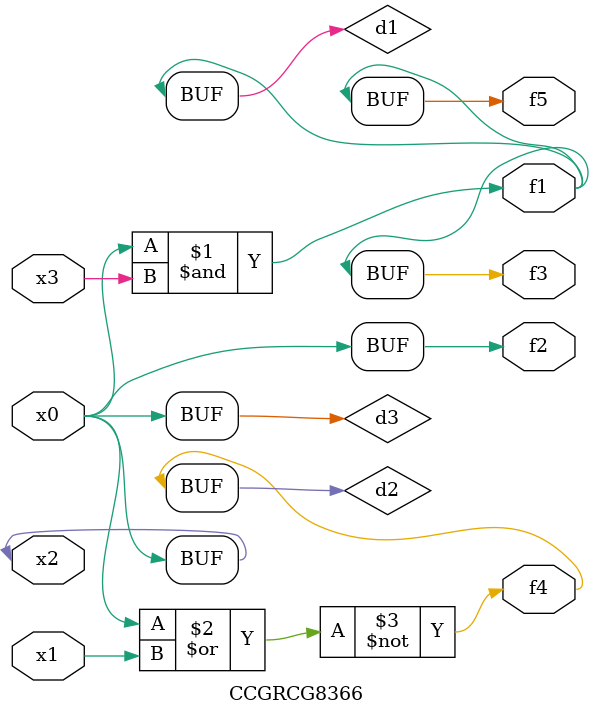
<source format=v>
module CCGRCG8366(
	input x0, x1, x2, x3,
	output f1, f2, f3, f4, f5
);

	wire d1, d2, d3;

	and (d1, x2, x3);
	nor (d2, x0, x1);
	buf (d3, x0, x2);
	assign f1 = d1;
	assign f2 = d3;
	assign f3 = d1;
	assign f4 = d2;
	assign f5 = d1;
endmodule

</source>
